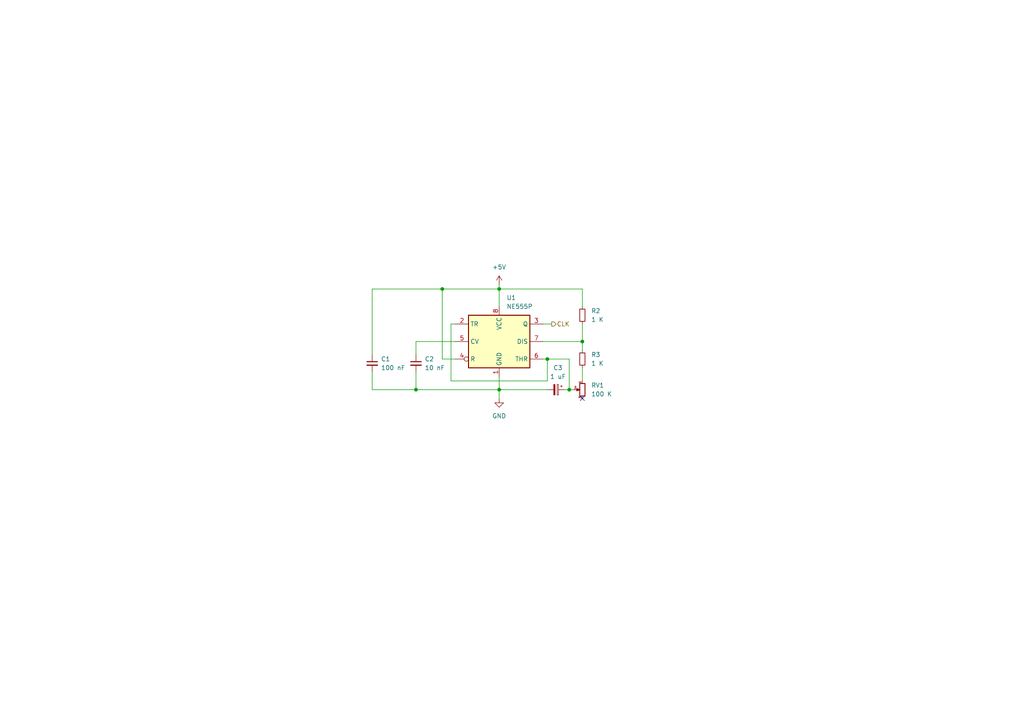
<source format=kicad_sch>
(kicad_sch (version 20250114) (generator "eeschema") (generator_version "9.0")
  (paper "A4")
  (lib_symbols
    (symbol "Device:C_Polarized_Small" (pin_numbers (hide yes)) (pin_names (offset 0.254) (hide yes))
      (property "Reference" "C" (at 0.254 1.778 0))
      (property "Value" "C_Polarized_Small" (at 0.254 -2.032 0))
      (symbol "C_Polarized_Small_0_1"
        (rectangle (start -1.524 0.6858) (end 1.524 0.3048))
        (rectangle (start -1.524 -0.3048) (end 1.524 -0.6858) (fill (type outline)))
        (polyline (pts (xy -1.27 1.524) (xy -0.762 1.524)))
        (polyline (pts (xy -1.016 1.27) (xy -1.016 1.778)))
      )
      (symbol "C_Polarized_Small_1_1"
        (pin passive line (at 0 2.54 270) (length 1.8542) (name "~") (number "1"))
        (pin passive line (at 0 -2.54 90) (length 1.8542) (name "~") (number "2"))
      )
    )
    (symbol "Device:C_Small" (pin_numbers (hide yes)) (pin_names (offset 0.254) (hide yes))
      (property "Reference" "C" (at 0.254 1.778 0))
      (property "Value" "C_Small" (at 0.254 -2.032 0))
      (symbol "C_Small_0_1"
        (polyline (pts (xy -1.524 0.508) (xy 1.524 0.508)) (stroke (width 0.3048)))
        (polyline (pts (xy -1.524 -0.508) (xy 1.524 -0.508)) (stroke (width 0.3302)))
      )
      (symbol "C_Small_1_1"
        (pin passive line (at 0 2.54 270) (length 2.032) (name "~") (number "1"))
        (pin passive line (at 0 -2.54 90) (length 2.032) (name "~") (number "2"))
      )
    )
    (symbol "Device:R_Potentiometer_Small" (pin_names (offset 1.016) (hide yes))
      (property "Reference" "RV" (at -4.445 0 90))
      (property "Value" "R_Potentiometer_Small" (at -2.54 0 90))
      (symbol "R_Potentiometer_Small_0_1"
        (rectangle (start 0.762 1.8034) (end -0.762 -1.8034) (stroke (width 0.254)))
        (polyline (pts (xy 0.889 0) (xy 0.635 0) (xy 1.651 0.381) (xy 1.651 -0.381) (xy 0.635 0) (xy 0.889 0)) (fill (type outline)))
      )
      (symbol "R_Potentiometer_Small_1_1"
        (pin passive line (at 0 2.54 270) (length 0.635) (name "1") (number "1"))
        (pin passive line (at 0 -2.54 90) (length 0.635) (name "3") (number "3"))
        (pin passive line (at 2.54 0 180) (length 0.9906) (name "2") (number "2"))
      )
    )
    (symbol "Device:R_Small" (pin_numbers (hide yes)) (pin_names (offset 0.254) (hide yes))
      (property "Reference" "R" (at 0.762 0.508 0))
      (property "Value" "R_Small" (at 0.762 -1.016 0))
      (symbol "R_Small_0_1"
        (rectangle (start -0.762 1.778) (end 0.762 -1.778) (stroke (width 0.2032)))
      )
      (symbol "R_Small_1_1"
        (pin passive line (at 0 2.54 270) (length 0.762) (name "~") (number "1"))
        (pin passive line (at 0 -2.54 90) (length 0.762) (name "~") (number "2"))
      )
    )
    (symbol "Timer:NE555P"
      (property "Reference" "U" (at -10.16 8.89 0))
      (property "Value" "NE555P" (at 2.54 8.89 0))
      (symbol "NE555P_0_0"
        (pin power_in line (at 0 10.16 270) (length 2.54) (name "VCC") (number "8"))
        (pin power_in line (at 0 -10.16 90) (length 2.54) (name "GND") (number "1"))
      )
      (symbol "NE555P_0_1"
        (rectangle (start -8.89 -7.62) (end 8.89 7.62) (stroke (width 0.254)) (fill (type background)))
        (rectangle (start -8.89 -7.62) (end 8.89 7.62) (stroke (width 0.254)) (fill (type background)))
      )
      (symbol "NE555P_1_1"
        (pin input line (at -12.7 5.08 0) (length 3.81) (name "TR") (number "2"))
        (pin input line (at -12.7 0 0) (length 3.81) (name "CV") (number "5"))
        (pin input inverted (at -12.7 -5.08 0) (length 3.81) (name "R") (number "4"))
        (pin output line (at 12.7 5.08 180) (length 3.81) (name "Q") (number "3"))
        (pin input line (at 12.7 0 180) (length 3.81) (name "DIS") (number "7"))
        (pin input line (at 12.7 -5.08 180) (length 3.81) (name "THR") (number "6"))
      )
    )
    (symbol "power:+5V" (power) (pin_numbers (hide yes)) (pin_names (offset 0) (hide yes))
      (property "Value" "+5V" (at 0 3.556 0))
      (symbol "+5V_0_1"
        (polyline (pts (xy -0.762 1.27) (xy 0 2.54)))
        (polyline (pts (xy 0 2.54) (xy 0.762 1.27)))
        (polyline (pts (xy 0 0) (xy 0 2.54)))
      )
      (symbol "+5V_1_1"
        (pin power_in line (at 0 0 90) (length 0) (name "~") (number "1"))
      )
    )
    (symbol "power:GND" (power) (pin_numbers (hide yes)) (pin_names (offset 0) (hide yes))
      (property "Value" "GND" (at 0 -3.81 0))
      (symbol "GND_0_1"
        (polyline (pts (xy 0 0) (xy 0 -1.27) (xy 1.27 -1.27) (xy 0 -2.54) (xy -1.27 -1.27) (xy 0 -1.27)))
      )
      (symbol "GND_1_1"
        (pin power_in line (at 0 0 270) (length 0) (name "~") (number "1"))
      )
    )
  )
  (junction (at 158.75 104.14))
  (junction (at 144.78 83.82))
  (junction (at 144.78 113.03))
  (junction (at 120.65 113.03))
  (junction (at 165.1 113.03))
  (junction (at 128.27 83.82))
  (junction (at 168.91 99.06))
  (no_connect (at 168.91 115.57))
  (wire (pts (xy 168.91 106.68) (xy 168.91 110.49)))
  (wire (pts (xy 130.81 110.49) (xy 158.75 110.49)))
  (wire (pts (xy 132.08 99.06) (xy 120.65 99.06)))
  (wire (pts (xy 144.78 113.03) (xy 158.75 113.03)))
  (wire (pts (xy 132.08 104.14) (xy 128.27 104.14)))
  (wire (pts (xy 120.65 113.03) (xy 144.78 113.03)))
  (wire (pts (xy 157.48 104.14) (xy 158.75 104.14)))
  (wire (pts (xy 120.65 99.06) (xy 120.65 102.87)))
  (wire (pts (xy 168.91 93.98) (xy 168.91 99.06)))
  (wire (pts (xy 128.27 83.82) (xy 144.78 83.82)))
  (wire (pts (xy 132.08 93.98) (xy 130.81 93.98)))
  (wire (pts (xy 165.1 113.03) (xy 165.1 104.14)))
  (wire (pts (xy 107.95 102.87) (xy 107.95 83.82)))
  (wire (pts (xy 144.78 83.82) (xy 144.78 88.9)))
  (wire (pts (xy 157.48 99.06) (xy 168.91 99.06)))
  (wire (pts (xy 107.95 107.95) (xy 107.95 113.03)))
  (wire (pts (xy 165.1 104.14) (xy 158.75 104.14)))
  (wire (pts (xy 165.1 113.03) (xy 166.37 113.03)))
  (wire (pts (xy 157.48 93.98) (xy 160.02 93.98)))
  (wire (pts (xy 158.75 110.49) (xy 158.75 104.14)))
  (wire (pts (xy 128.27 104.14) (xy 128.27 83.82)))
  (wire (pts (xy 144.78 109.22) (xy 144.78 113.03)))
  (wire (pts (xy 144.78 82.55) (xy 144.78 83.82)))
  (wire (pts (xy 120.65 107.95) (xy 120.65 113.03)))
  (wire (pts (xy 168.91 83.82) (xy 168.91 88.9)))
  (wire (pts (xy 144.78 113.03) (xy 144.78 115.57)))
  (wire (pts (xy 163.83 113.03) (xy 165.1 113.03)))
  (wire (pts (xy 107.95 113.03) (xy 120.65 113.03)))
  (wire (pts (xy 144.78 83.82) (xy 168.91 83.82)))
  (wire (pts (xy 107.95 83.82) (xy 128.27 83.82)))
  (wire (pts (xy 130.81 93.98) (xy 130.81 110.49)))
  (wire (pts (xy 168.91 99.06) (xy 168.91 101.6)))
  (hierarchical_label "CLK" (shape output) (at 160.02 93.98 0))
  (symbol (lib_id "Device:R_Potentiometer_Small") (at 168.91 113.03 0) (mirror y) (unit 1)
    (property "Reference" "RV1" (at 171.45 111.7599 0) (effects (justify right)))
    (property "Value" "100 K" (at 171.45 114.2999 0) (effects (justify right)))
    (property "Footprint" "Potentiometer_THT:Potentiometer_Bourns_3296W_Vertical" (effects (hide yes)))
    (property "Description" "Potentiometer" (effects (hide yes)))
  )
  (symbol (lib_id "Device:C_Small") (at 120.65 105.41 0) (unit 1)
    (property "Reference" "C2" (at 123.19 104.1462 0) (effects (justify left)))
    (property "Value" "10 nF" (at 123.19 106.6862 0) (effects (justify left)))
    (property "Footprint" "Capacitor_THT:C_Disc_D7.5mm_W5.0mm_P5.00mm" (effects (hide yes)))
    (property "Description" "Unpolarized capacitor, small symbol" (effects (hide yes)))
  )
  (symbol (lib_id "power:+5V") (at 144.78 82.55 0) (unit 1)
    (property "Reference" "#PWR012" (effects (hide yes)))
    (property "Value" "+5V" (at 144.78 77.47 0))
    (property "Description" "Power symbol creates a global label with name \"+5V\"" (effects (hide yes)))
  )
  (symbol (lib_id "Device:C_Small") (at 107.95 105.41 0) (unit 1)
    (property "Reference" "C1" (at 110.49 104.1462 0) (effects (justify left)))
    (property "Value" "100 nF" (at 110.49 106.6862 0) (effects (justify left)))
    (property "Footprint" "Capacitor_THT:C_Disc_D7.5mm_W5.0mm_P5.00mm" (effects (hide yes)))
    (property "Description" "Unpolarized capacitor, small symbol" (effects (hide yes)))
  )
  (symbol (lib_id "Timer:NE555P") (at 144.78 99.06 0) (unit 1)
    (property "Reference" "U1" (at 146.9233 86.36 0) (effects (justify left)))
    (property "Value" "NE555P" (at 146.9233 88.9 0) (effects (justify left)))
    (property "Footprint" "Package_DIP:DIP-8_W7.62mm_Socket" (effects (hide yes)))
    (property "Datasheet" "http://www.ti.com/lit/ds/symlink/ne555.pdf" (effects (hide yes)))
    (property "Description" "Precision Timers, 555 compatible,  PDIP-8" (effects (hide yes)))
  )
  (symbol (lib_id "power:GND") (at 144.78 115.57 0) (unit 1)
    (property "Reference" "#PWR013" (effects (hide yes)))
    (property "Value" "GND" (at 144.78 120.65 0))
    (property "Description" "Power symbol creates a global label with name \"GND\" , ground" (effects (hide yes)))
  )
  (symbol (lib_id "Device:C_Polarized_Small") (at 161.29 113.03 270) (unit 1)
    (property "Reference" "C3" (at 161.8361 106.68 90))
    (property "Value" "1 uF" (at 161.8361 109.22 90))
    (property "Footprint" "Capacitor_THT:CP_Radial_D5.0mm_P2.50mm" (effects (hide yes)))
    (property "Description" "Polarized capacitor, small symbol" (effects (hide yes)))
  )
  (symbol (lib_id "Device:R_Small") (at 168.91 91.44 0) (unit 1)
    (property "Reference" "R2" (at 171.45 90.17 0) (effects (justify left)))
    (property "Value" "1 K" (at 171.45 92.71 0) (effects (justify left)))
    (property "Footprint" "Resistor_THT:R_Axial_DIN0207_L6.3mm_D2.5mm_P10.16mm_Horizontal" (effects (hide yes)))
    (property "Description" "Resistor, small symbol" (effects (hide yes)))
  )
  (symbol (lib_id "Device:R_Small") (at 168.91 104.14 180) (unit 1)
    (property "Reference" "R3" (at 171.45 102.8699 0) (effects (justify right)))
    (property "Value" "1 K" (at 171.45 105.4099 0) (effects (justify right)))
    (property "Footprint" "Resistor_THT:R_Axial_DIN0207_L6.3mm_D2.5mm_P10.16mm_Horizontal" (effects (hide yes)))
    (property "Description" "Resistor, small symbol" (effects (hide yes)))
  )
)
</source>
